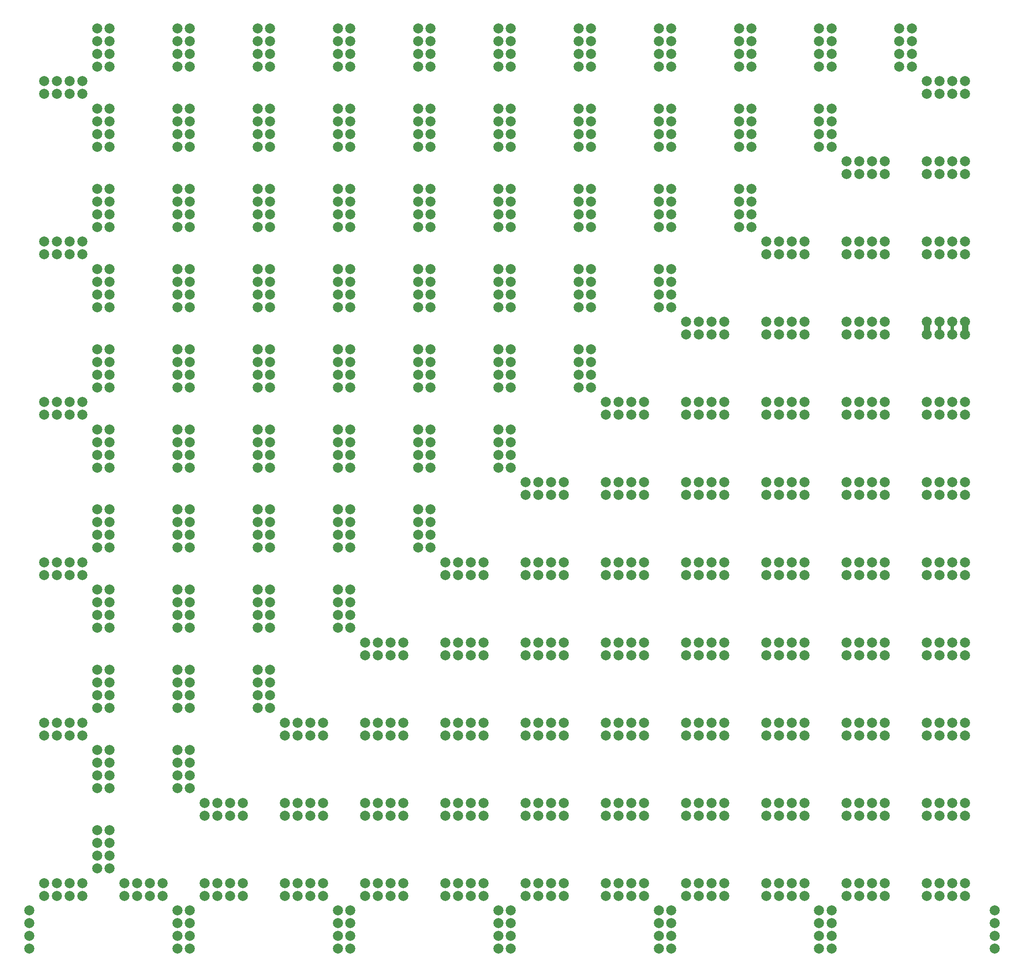
<source format=gbl>
G04 DipTrace 2.4.0.2*
%IN144xAPA102Cx16mm.gbl*%
%MOMM*%
%ADD13C,1.27*%
%ADD16C,0.711*%
%ADD19C,2.0*%
%FSLAX53Y53*%
G04*
G71*
G90*
G75*
G01*
%LNBottom_Plane*%
%LPD*%
X197810Y136750D2*
D13*
Y139250D1*
X195270Y136750D2*
D16*
Y139250D1*
X192730Y136750D2*
Y139250D1*
X190190Y136750D2*
D13*
Y139250D1*
D19*
X11250Y16730D3*
Y19270D3*
Y14190D3*
Y21810D3*
X203750Y16730D3*
Y19270D3*
Y14190D3*
Y21810D3*
X19270Y27250D3*
Y24750D3*
X16730Y27250D3*
Y24750D3*
X21810Y27250D3*
Y24750D3*
X14190Y27250D3*
Y24750D3*
X27250Y32730D3*
X24750D3*
X27250Y35270D3*
X24750D3*
X27250Y30190D3*
X24750D3*
X27250Y37810D3*
X24750D3*
X32730Y24750D3*
Y27250D3*
X35270Y24750D3*
Y27250D3*
X30190Y24750D3*
Y27250D3*
X37810Y24750D3*
Y27250D3*
X43250Y16730D3*
X40750D3*
X43250Y19270D3*
X40750D3*
X43250Y14190D3*
X40750D3*
X43250Y21810D3*
X40750D3*
X51270Y27250D3*
Y24750D3*
X48730Y27250D3*
Y24750D3*
X53810Y27250D3*
Y24750D3*
X46190Y27250D3*
Y24750D3*
X51270Y43250D3*
Y40750D3*
X48730Y43250D3*
Y40750D3*
X53810Y43250D3*
Y40750D3*
X46190Y43250D3*
Y40750D3*
X40750Y51270D3*
X43250D3*
X40750Y48730D3*
X43250D3*
X40750Y53810D3*
X43250D3*
X40750Y46190D3*
X43250D3*
X24750Y51270D3*
X27250D3*
X24750Y48730D3*
X27250D3*
X24750Y53810D3*
X27250D3*
X24750Y46190D3*
X27250D3*
X19270Y59250D3*
Y56750D3*
X16730Y59250D3*
Y56750D3*
X21810Y59250D3*
Y56750D3*
X14190Y59250D3*
Y56750D3*
X27250Y64730D3*
X24750D3*
X27250Y67270D3*
X24750D3*
X27250Y62190D3*
X24750D3*
X27250Y69810D3*
X24750D3*
X43250Y64730D3*
X40750D3*
X43250Y67270D3*
X40750D3*
X43250Y62190D3*
X40750D3*
X43250Y69810D3*
X40750D3*
X59250Y64730D3*
X56750D3*
X59250Y67270D3*
X56750D3*
X59250Y62190D3*
X56750D3*
X59250Y69810D3*
X56750D3*
X64730Y56750D3*
Y59250D3*
X67270Y56750D3*
Y59250D3*
X62190Y56750D3*
Y59250D3*
X69810Y56750D3*
Y59250D3*
X64730Y40750D3*
Y43250D3*
X67270Y40750D3*
Y43250D3*
X62190Y40750D3*
Y43250D3*
X69810Y40750D3*
Y43250D3*
X64730Y24750D3*
Y27250D3*
X67270Y24750D3*
Y27250D3*
X62190Y24750D3*
Y27250D3*
X69810Y24750D3*
Y27250D3*
X75250Y16730D3*
X72750D3*
X75250Y19270D3*
X72750D3*
X75250Y14190D3*
X72750D3*
X75250Y21810D3*
X72750D3*
X83270Y27250D3*
Y24750D3*
X80730Y27250D3*
Y24750D3*
X85810Y27250D3*
Y24750D3*
X78190Y27250D3*
Y24750D3*
X83270Y43250D3*
Y40750D3*
X80730Y43250D3*
Y40750D3*
X85810Y43250D3*
Y40750D3*
X78190Y43250D3*
Y40750D3*
X83270Y59250D3*
Y56750D3*
X80730Y59250D3*
Y56750D3*
X85810Y59250D3*
Y56750D3*
X78190Y59250D3*
Y56750D3*
X83270Y75250D3*
Y72750D3*
X80730Y75250D3*
Y72750D3*
X85810Y75250D3*
Y72750D3*
X78190Y75250D3*
Y72750D3*
X72750Y83270D3*
X75250D3*
X72750Y80730D3*
X75250D3*
X72750Y85810D3*
X75250D3*
X72750Y78190D3*
X75250D3*
X56750Y83270D3*
X59250D3*
X56750Y80730D3*
X59250D3*
X56750Y85810D3*
X59250D3*
X56750Y78190D3*
X59250D3*
X40750Y83270D3*
X43250D3*
X40750Y80730D3*
X43250D3*
X40750Y85810D3*
X43250D3*
X40750Y78190D3*
X43250D3*
X24750Y83270D3*
X27250D3*
X24750Y80730D3*
X27250D3*
X24750Y85810D3*
X27250D3*
X24750Y78190D3*
X27250D3*
X19270Y91250D3*
Y88750D3*
X16730Y91250D3*
Y88750D3*
X21810Y91250D3*
Y88750D3*
X14190Y91250D3*
Y88750D3*
X27250Y96730D3*
X24750D3*
X27250Y99270D3*
X24750D3*
X27250Y94190D3*
X24750D3*
X27250Y101810D3*
X24750D3*
X43250Y96730D3*
X40750D3*
X43250Y99270D3*
X40750D3*
X43250Y94190D3*
X40750D3*
X43250Y101810D3*
X40750D3*
X59250Y96730D3*
X56750D3*
X59250Y99270D3*
X56750D3*
X59250Y94190D3*
X56750D3*
X59250Y101810D3*
X56750D3*
X75250Y96730D3*
X72750D3*
X75250Y99270D3*
X72750D3*
X75250Y94190D3*
X72750D3*
X75250Y101810D3*
X72750D3*
X91250Y96730D3*
X88750D3*
X91250Y99270D3*
X88750D3*
X91250Y94190D3*
X88750D3*
X91250Y101810D3*
X88750D3*
X96730Y88750D3*
Y91250D3*
X99270Y88750D3*
Y91250D3*
X94190Y88750D3*
Y91250D3*
X101810Y88750D3*
Y91250D3*
X96730Y72750D3*
Y75250D3*
X99270Y72750D3*
Y75250D3*
X94190Y72750D3*
Y75250D3*
X101810Y72750D3*
Y75250D3*
X96730Y56750D3*
Y59250D3*
X99270Y56750D3*
Y59250D3*
X94190Y56750D3*
Y59250D3*
X101810Y56750D3*
Y59250D3*
X96730Y40750D3*
Y43250D3*
X99270Y40750D3*
Y43250D3*
X94190Y40750D3*
Y43250D3*
X101810Y40750D3*
Y43250D3*
X96730Y24750D3*
Y27250D3*
X99270Y24750D3*
Y27250D3*
X94190Y24750D3*
Y27250D3*
X101810Y24750D3*
Y27250D3*
X107250Y16730D3*
X104750D3*
X107250Y19270D3*
X104750D3*
X107250Y14190D3*
X104750D3*
X107250Y21810D3*
X104750D3*
X115270Y27250D3*
Y24750D3*
X112730Y27250D3*
Y24750D3*
X117810Y27250D3*
Y24750D3*
X110190Y27250D3*
Y24750D3*
X115270Y43250D3*
Y40750D3*
X112730Y43250D3*
Y40750D3*
X117810Y43250D3*
Y40750D3*
X110190Y43250D3*
Y40750D3*
X115270Y59250D3*
Y56750D3*
X112730Y59250D3*
Y56750D3*
X117810Y59250D3*
Y56750D3*
X110190Y59250D3*
Y56750D3*
X115270Y75250D3*
Y72750D3*
X112730Y75250D3*
Y72750D3*
X117810Y75250D3*
Y72750D3*
X110190Y75250D3*
Y72750D3*
X115270Y91250D3*
Y88750D3*
X112730Y91250D3*
Y88750D3*
X117810Y91250D3*
Y88750D3*
X110190Y91250D3*
Y88750D3*
X115270Y107250D3*
Y104750D3*
X112730Y107250D3*
Y104750D3*
X117810Y107250D3*
Y104750D3*
X110190Y107250D3*
Y104750D3*
X104750Y115270D3*
X107250D3*
X104750Y112730D3*
X107250D3*
X104750Y117810D3*
X107250D3*
X104750Y110190D3*
X107250D3*
X88750Y115270D3*
X91250D3*
X88750Y112730D3*
X91250D3*
X88750Y117810D3*
X91250D3*
X88750Y110190D3*
X91250D3*
X72750Y115270D3*
X75250D3*
X72750Y112730D3*
X75250D3*
X72750Y117810D3*
X75250D3*
X72750Y110190D3*
X75250D3*
X56750Y115270D3*
X59250D3*
X56750Y112730D3*
X59250D3*
X56750Y117810D3*
X59250D3*
X56750Y110190D3*
X59250D3*
X40750Y115270D3*
X43250D3*
X40750Y112730D3*
X43250D3*
X40750Y117810D3*
X43250D3*
X40750Y110190D3*
X43250D3*
X24750Y115270D3*
X27250D3*
X24750Y112730D3*
X27250D3*
X24750Y117810D3*
X27250D3*
X24750Y110190D3*
X27250D3*
X19270Y123250D3*
Y120750D3*
X16730Y123250D3*
Y120750D3*
X21810Y123250D3*
Y120750D3*
X14190Y123250D3*
Y120750D3*
X27250Y128730D3*
X24750D3*
X27250Y131270D3*
X24750D3*
X27250Y126190D3*
X24750D3*
X27250Y133810D3*
X24750D3*
X43250Y128730D3*
X40750D3*
X43250Y131270D3*
X40750D3*
X43250Y126190D3*
X40750D3*
X43250Y133810D3*
X40750D3*
X59250Y128730D3*
X56750D3*
X59250Y131270D3*
X56750D3*
X59250Y126190D3*
X56750D3*
X59250Y133810D3*
X56750D3*
X75250Y128730D3*
X72750D3*
X75250Y131270D3*
X72750D3*
X75250Y126190D3*
X72750D3*
X75250Y133810D3*
X72750D3*
X91250Y128730D3*
X88750D3*
X91250Y131270D3*
X88750D3*
X91250Y126190D3*
X88750D3*
X91250Y133810D3*
X88750D3*
X107250Y128730D3*
X104750D3*
X107250Y131270D3*
X104750D3*
X107250Y126190D3*
X104750D3*
X107250Y133810D3*
X104750D3*
X123250Y128730D3*
X120750D3*
X123250Y131270D3*
X120750D3*
X123250Y126190D3*
X120750D3*
X123250Y133810D3*
X120750D3*
X128730Y120750D3*
Y123250D3*
X131270Y120750D3*
Y123250D3*
X126190Y120750D3*
Y123250D3*
X133810Y120750D3*
Y123250D3*
X128730Y104750D3*
Y107250D3*
X131270Y104750D3*
Y107250D3*
X126190Y104750D3*
Y107250D3*
X133810Y104750D3*
Y107250D3*
X128730Y88750D3*
Y91250D3*
X131270Y88750D3*
Y91250D3*
X126190Y88750D3*
Y91250D3*
X133810Y88750D3*
Y91250D3*
X128730Y72750D3*
Y75250D3*
X131270Y72750D3*
Y75250D3*
X126190Y72750D3*
Y75250D3*
X133810Y72750D3*
Y75250D3*
X128730Y56750D3*
Y59250D3*
X131270Y56750D3*
Y59250D3*
X126190Y56750D3*
Y59250D3*
X133810Y56750D3*
Y59250D3*
X128730Y40750D3*
Y43250D3*
X131270Y40750D3*
Y43250D3*
X126190Y40750D3*
Y43250D3*
X133810Y40750D3*
Y43250D3*
X128730Y24750D3*
Y27250D3*
X131270Y24750D3*
Y27250D3*
X126190Y24750D3*
Y27250D3*
X133810Y24750D3*
Y27250D3*
X139250Y16730D3*
X136750D3*
X139250Y19270D3*
X136750D3*
X139250Y14190D3*
X136750D3*
X139250Y21810D3*
X136750D3*
X147270Y27250D3*
Y24750D3*
X144730Y27250D3*
Y24750D3*
X149810Y27250D3*
Y24750D3*
X142190Y27250D3*
Y24750D3*
X147270Y43250D3*
Y40750D3*
X144730Y43250D3*
Y40750D3*
X149810Y43250D3*
Y40750D3*
X142190Y43250D3*
Y40750D3*
X147270Y59250D3*
Y56750D3*
X144730Y59250D3*
Y56750D3*
X149810Y59250D3*
Y56750D3*
X142190Y59250D3*
Y56750D3*
X147270Y75250D3*
Y72750D3*
X144730Y75250D3*
Y72750D3*
X149810Y75250D3*
Y72750D3*
X142190Y75250D3*
Y72750D3*
X147270Y91250D3*
Y88750D3*
X144730Y91250D3*
Y88750D3*
X149810Y91250D3*
Y88750D3*
X142190Y91250D3*
Y88750D3*
X147270Y107250D3*
Y104750D3*
X144730Y107250D3*
Y104750D3*
X149810Y107250D3*
Y104750D3*
X142190Y107250D3*
Y104750D3*
X147270Y123250D3*
Y120750D3*
X144730Y123250D3*
Y120750D3*
X149810Y123250D3*
Y120750D3*
X142190Y123250D3*
Y120750D3*
X147270Y139250D3*
Y136750D3*
X144730Y139250D3*
Y136750D3*
X149810Y139250D3*
Y136750D3*
X142190Y139250D3*
Y136750D3*
X136750Y147270D3*
X139250D3*
X136750Y144730D3*
X139250D3*
X136750Y149810D3*
X139250D3*
X136750Y142190D3*
X139250D3*
X120750Y147270D3*
X123250D3*
X120750Y144730D3*
X123250D3*
X120750Y149810D3*
X123250D3*
X120750Y142190D3*
X123250D3*
X104750Y147270D3*
X107250D3*
X104750Y144730D3*
X107250D3*
X104750Y149810D3*
X107250D3*
X104750Y142190D3*
X107250D3*
X88750Y147270D3*
X91250D3*
X88750Y144730D3*
X91250D3*
X88750Y149810D3*
X91250D3*
X88750Y142190D3*
X91250D3*
X72750Y147270D3*
X75250D3*
X72750Y144730D3*
X75250D3*
X72750Y149810D3*
X75250D3*
X72750Y142190D3*
X75250D3*
X56750Y147270D3*
X59250D3*
X56750Y144730D3*
X59250D3*
X56750Y149810D3*
X59250D3*
X56750Y142190D3*
X59250D3*
X40750Y147270D3*
X43250D3*
X40750Y144730D3*
X43250D3*
X40750Y149810D3*
X43250D3*
X40750Y142190D3*
X43250D3*
X24750Y147270D3*
X27250D3*
X24750Y144730D3*
X27250D3*
X24750Y149810D3*
X27250D3*
X24750Y142190D3*
X27250D3*
X19270Y155250D3*
Y152750D3*
X16730Y155250D3*
Y152750D3*
X21810Y155250D3*
Y152750D3*
X14190Y155250D3*
Y152750D3*
X27250Y160730D3*
X24750D3*
X27250Y163270D3*
X24750D3*
X27250Y158190D3*
X24750D3*
X27250Y165810D3*
X24750D3*
X43250Y160730D3*
X40750D3*
X43250Y163270D3*
X40750D3*
X43250Y158190D3*
X40750D3*
X43250Y165810D3*
X40750D3*
X59250Y160730D3*
X56750D3*
X59250Y163270D3*
X56750D3*
X59250Y158190D3*
X56750D3*
X59250Y165810D3*
X56750D3*
X75250Y160730D3*
X72750D3*
X75250Y163270D3*
X72750D3*
X75250Y158190D3*
X72750D3*
X75250Y165810D3*
X72750D3*
X91250Y160730D3*
X88750D3*
X91250Y163270D3*
X88750D3*
X91250Y158190D3*
X88750D3*
X91250Y165810D3*
X88750D3*
X107250Y160730D3*
X104750D3*
X107250Y163270D3*
X104750D3*
X107250Y158190D3*
X104750D3*
X107250Y165810D3*
X104750D3*
X123250Y160730D3*
X120750D3*
X123250Y163270D3*
X120750D3*
X123250Y158190D3*
X120750D3*
X123250Y165810D3*
X120750D3*
X139250Y160730D3*
X136750D3*
X139250Y163270D3*
X136750D3*
X139250Y158190D3*
X136750D3*
X139250Y165810D3*
X136750D3*
X155250Y160730D3*
X152750D3*
X155250Y163270D3*
X152750D3*
X155250Y158190D3*
X152750D3*
X155250Y165810D3*
X152750D3*
X160730Y152750D3*
Y155250D3*
X163270Y152750D3*
Y155250D3*
X158190Y152750D3*
Y155250D3*
X165810Y152750D3*
Y155250D3*
X160730Y136750D3*
Y139250D3*
X163270Y136750D3*
Y139250D3*
X158190Y136750D3*
Y139250D3*
X165810Y136750D3*
Y139250D3*
X160730Y120750D3*
Y123250D3*
X163270Y120750D3*
Y123250D3*
X158190Y120750D3*
Y123250D3*
X165810Y120750D3*
Y123250D3*
X160730Y104750D3*
Y107250D3*
X163270Y104750D3*
Y107250D3*
X158190Y104750D3*
Y107250D3*
X165810Y104750D3*
Y107250D3*
X160730Y88750D3*
Y91250D3*
X163270Y88750D3*
Y91250D3*
X158190Y88750D3*
Y91250D3*
X165810Y88750D3*
Y91250D3*
X160730Y72750D3*
Y75250D3*
X163270Y72750D3*
Y75250D3*
X158190Y72750D3*
Y75250D3*
X165810Y72750D3*
Y75250D3*
X160730Y56750D3*
Y59250D3*
X163270Y56750D3*
Y59250D3*
X158190Y56750D3*
Y59250D3*
X165810Y56750D3*
Y59250D3*
X160730Y40750D3*
Y43250D3*
X163270Y40750D3*
Y43250D3*
X158190Y40750D3*
Y43250D3*
X165810Y40750D3*
Y43250D3*
X160730Y24750D3*
Y27250D3*
X163270Y24750D3*
Y27250D3*
X158190Y24750D3*
Y27250D3*
X165810Y24750D3*
Y27250D3*
X171250Y16730D3*
X168750D3*
X171250Y19270D3*
X168750D3*
X171250Y14190D3*
X168750D3*
X171250Y21810D3*
X168750D3*
X179270Y27250D3*
Y24750D3*
X176730Y27250D3*
Y24750D3*
X181810Y27250D3*
Y24750D3*
X174190Y27250D3*
Y24750D3*
X179270Y43250D3*
Y40750D3*
X176730Y43250D3*
Y40750D3*
X181810Y43250D3*
Y40750D3*
X174190Y43250D3*
Y40750D3*
X179270Y59250D3*
Y56750D3*
X176730Y59250D3*
Y56750D3*
X181810Y59250D3*
Y56750D3*
X174190Y59250D3*
Y56750D3*
X179270Y75250D3*
Y72750D3*
X176730Y75250D3*
Y72750D3*
X181810Y75250D3*
Y72750D3*
X174190Y75250D3*
Y72750D3*
X179270Y91250D3*
Y88750D3*
X176730Y91250D3*
Y88750D3*
X181810Y91250D3*
Y88750D3*
X174190Y91250D3*
Y88750D3*
X179270Y107250D3*
Y104750D3*
X176730Y107250D3*
Y104750D3*
X181810Y107250D3*
Y104750D3*
X174190Y107250D3*
Y104750D3*
X179270Y123250D3*
Y120750D3*
X176730Y123250D3*
Y120750D3*
X181810Y123250D3*
Y120750D3*
X174190Y123250D3*
Y120750D3*
X179270Y139250D3*
Y136750D3*
X176730Y139250D3*
Y136750D3*
X181810Y139250D3*
Y136750D3*
X174190Y139250D3*
Y136750D3*
X179270Y155250D3*
Y152750D3*
X176730Y155250D3*
Y152750D3*
X181810Y155250D3*
Y152750D3*
X174190Y155250D3*
Y152750D3*
X179270Y171250D3*
Y168750D3*
X176730Y171250D3*
Y168750D3*
X181810Y171250D3*
Y168750D3*
X174190Y171250D3*
Y168750D3*
X168750Y179270D3*
X171250D3*
X168750Y176730D3*
X171250D3*
X168750Y181810D3*
X171250D3*
X168750Y174190D3*
X171250D3*
X152750Y179270D3*
X155250D3*
X152750Y176730D3*
X155250D3*
X152750Y181810D3*
X155250D3*
X152750Y174190D3*
X155250D3*
X136750Y179270D3*
X139250D3*
X136750Y176730D3*
X139250D3*
X136750Y181810D3*
X139250D3*
X136750Y174190D3*
X139250D3*
X120750Y179270D3*
X123250D3*
X120750Y176730D3*
X123250D3*
X120750Y181810D3*
X123250D3*
X120750Y174190D3*
X123250D3*
X104750Y179270D3*
X107250D3*
X104750Y176730D3*
X107250D3*
X104750Y181810D3*
X107250D3*
X104750Y174190D3*
X107250D3*
X88750Y179270D3*
X91250D3*
X88750Y176730D3*
X91250D3*
X88750Y181810D3*
X91250D3*
X88750Y174190D3*
X91250D3*
X72750Y179270D3*
X75250D3*
X72750Y176730D3*
X75250D3*
X72750Y181810D3*
X75250D3*
X72750Y174190D3*
X75250D3*
X56750Y179270D3*
X59250D3*
X56750Y176730D3*
X59250D3*
X56750Y181810D3*
X59250D3*
X56750Y174190D3*
X59250D3*
X40750Y179270D3*
X43250D3*
X40750Y176730D3*
X43250D3*
X40750Y181810D3*
X43250D3*
X40750Y174190D3*
X43250D3*
X24750Y179270D3*
X27250D3*
X24750Y176730D3*
X27250D3*
X24750Y181810D3*
X27250D3*
X24750Y174190D3*
X27250D3*
X19270Y187250D3*
Y184750D3*
X16730Y187250D3*
Y184750D3*
X21810Y187250D3*
Y184750D3*
X14190Y187250D3*
Y184750D3*
X27250Y192730D3*
X24750D3*
X27250Y195270D3*
X24750D3*
X27250Y190190D3*
X24750D3*
X27250Y197810D3*
X24750D3*
X43250Y192730D3*
X40750D3*
X43250Y195270D3*
X40750D3*
X43250Y190190D3*
X40750D3*
X43250Y197810D3*
X40750D3*
X59250Y192730D3*
X56750D3*
X59250Y195270D3*
X56750D3*
X59250Y190190D3*
X56750D3*
X59250Y197810D3*
X56750D3*
X75250Y192730D3*
X72750D3*
X75250Y195270D3*
X72750D3*
X75250Y190190D3*
X72750D3*
X75250Y197810D3*
X72750D3*
X91250Y192730D3*
X88750D3*
X91250Y195270D3*
X88750D3*
X91250Y190190D3*
X88750D3*
X91250Y197810D3*
X88750D3*
X107250Y192730D3*
X104750D3*
X107250Y195270D3*
X104750D3*
X107250Y190190D3*
X104750D3*
X107250Y197810D3*
X104750D3*
X123250Y192730D3*
X120750D3*
X123250Y195270D3*
X120750D3*
X123250Y190190D3*
X120750D3*
X123250Y197810D3*
X120750D3*
X139250Y192730D3*
X136750D3*
X139250Y195270D3*
X136750D3*
X139250Y190190D3*
X136750D3*
X139250Y197810D3*
X136750D3*
X155250Y192730D3*
X152750D3*
X155250Y195270D3*
X152750D3*
X155250Y190190D3*
X152750D3*
X155250Y197810D3*
X152750D3*
X171250Y192730D3*
X168750D3*
X171250Y195270D3*
X168750D3*
X171250Y190190D3*
X168750D3*
X171250Y197810D3*
X168750D3*
X187250Y192730D3*
X184750D3*
X187250Y195270D3*
X184750D3*
X187250Y190190D3*
X184750D3*
X187250Y197810D3*
X184750D3*
X192730Y184750D3*
Y187250D3*
X195270Y184750D3*
Y187250D3*
X190190Y184750D3*
Y187250D3*
X197810Y184750D3*
Y187250D3*
X192730Y168750D3*
Y171250D3*
X195270Y168750D3*
Y171250D3*
X190190Y168750D3*
Y171250D3*
X197810Y168750D3*
Y171250D3*
X192730Y152750D3*
Y155250D3*
X195270Y152750D3*
Y155250D3*
X190190Y152750D3*
Y155250D3*
X197810Y152750D3*
Y155250D3*
X192730Y136750D3*
Y139250D3*
X195270Y136750D3*
Y139250D3*
X190190Y136750D3*
Y139250D3*
X197810Y136750D3*
Y139250D3*
X192730Y120750D3*
Y123250D3*
X195270Y120750D3*
Y123250D3*
X190190Y120750D3*
Y123250D3*
X197810Y120750D3*
Y123250D3*
X192730Y104750D3*
Y107250D3*
X195270Y104750D3*
Y107250D3*
X190190Y104750D3*
Y107250D3*
X197810Y104750D3*
Y107250D3*
X192730Y88750D3*
Y91250D3*
X195270Y88750D3*
Y91250D3*
X190190Y88750D3*
Y91250D3*
X197810Y88750D3*
Y91250D3*
X192730Y72750D3*
Y75250D3*
X195270Y72750D3*
Y75250D3*
X190190Y72750D3*
Y75250D3*
X197810Y72750D3*
Y75250D3*
X192730Y56750D3*
Y59250D3*
X195270Y56750D3*
Y59250D3*
X190190Y56750D3*
Y59250D3*
X197810Y56750D3*
Y59250D3*
X192730Y40750D3*
Y43250D3*
X195270Y40750D3*
Y43250D3*
X190190Y40750D3*
Y43250D3*
X197810Y40750D3*
Y43250D3*
X192730Y24750D3*
Y27250D3*
X195270Y24750D3*
Y27250D3*
X190190Y24750D3*
Y27250D3*
X197810Y24750D3*
Y27250D3*
M02*

</source>
